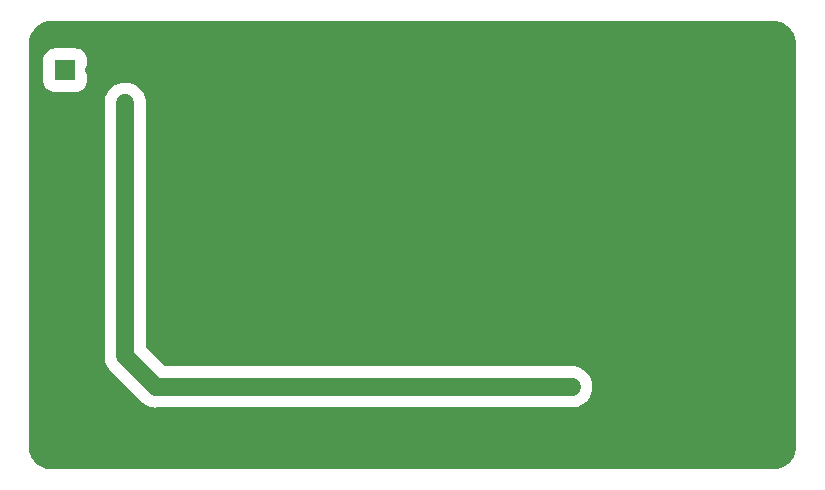
<source format=gbr>
%TF.GenerationSoftware,KiCad,Pcbnew,7.0.11*%
%TF.CreationDate,2024-11-27T22:18:04+00:00*%
%TF.ProjectId,project_x_pcb,70726f6a-6563-4745-9f78-5f7063622e6b,rev?*%
%TF.SameCoordinates,Original*%
%TF.FileFunction,Copper,L2,Bot*%
%TF.FilePolarity,Positive*%
%FSLAX46Y46*%
G04 Gerber Fmt 4.6, Leading zero omitted, Abs format (unit mm)*
G04 Created by KiCad (PCBNEW 7.0.11) date 2024-11-27 22:18:04*
%MOMM*%
%LPD*%
G01*
G04 APERTURE LIST*
%TA.AperFunction,ComponentPad*%
%ADD10R,1.700000X1.700000*%
%TD*%
%TA.AperFunction,ComponentPad*%
%ADD11O,1.700000X1.700000*%
%TD*%
%TA.AperFunction,ViaPad*%
%ADD12C,1.200000*%
%TD*%
%TA.AperFunction,Conductor*%
%ADD13C,1.500000*%
%TD*%
G04 APERTURE END LIST*
D10*
%TO.P,J1,1,Pin_1*%
%TO.N,VDD*%
X67100000Y-56200000D03*
D11*
%TO.P,J1,2,Pin_2*%
%TO.N,GND*%
X69640000Y-56200000D03*
%TD*%
D12*
%TO.N,GND*%
X90500000Y-80000000D03*
X126500000Y-88000000D03*
X104000000Y-61000000D03*
X126500000Y-54500000D03*
X66500000Y-88000000D03*
%TO.N,/3.3V*%
X72190000Y-59000000D03*
X110000000Y-83000000D03*
%TD*%
D13*
%TO.N,/3.3V*%
X72190000Y-80390000D02*
X72190000Y-59000000D01*
X110000000Y-83000000D02*
X74800000Y-83000000D01*
X74800000Y-83000000D02*
X72190000Y-80390000D01*
%TD*%
%TA.AperFunction,Conductor*%
%TO.N,GND*%
G36*
X126994341Y-52000536D02*
G01*
X126995456Y-52000556D01*
X127004399Y-52000874D01*
X127010126Y-52001181D01*
X127013042Y-52001354D01*
X127083425Y-52005967D01*
X127083894Y-52006000D01*
X127208855Y-52014937D01*
X127217673Y-52015726D01*
X127275445Y-52021936D01*
X127292992Y-52024459D01*
X127317315Y-52028848D01*
X127321402Y-52029623D01*
X127387311Y-52042733D01*
X127391529Y-52043611D01*
X127489262Y-52064872D01*
X127497865Y-52066905D01*
X127547226Y-52079503D01*
X127565662Y-52084977D01*
X127655941Y-52115622D01*
X127662872Y-52118090D01*
X127759652Y-52154188D01*
X127767920Y-52157441D01*
X127803273Y-52172085D01*
X127818106Y-52178805D01*
X127908361Y-52223314D01*
X127917452Y-52228034D01*
X128014644Y-52281106D01*
X128022300Y-52285466D01*
X128043530Y-52298062D01*
X128054766Y-52305142D01*
X128142475Y-52363748D01*
X128142487Y-52363756D01*
X128153360Y-52371450D01*
X128248909Y-52442977D01*
X128255902Y-52448409D01*
X128263044Y-52454165D01*
X128270958Y-52460819D01*
X128354888Y-52534423D01*
X128366782Y-52545562D01*
X128454436Y-52633216D01*
X128465575Y-52645110D01*
X128539172Y-52729032D01*
X128545839Y-52736962D01*
X128551569Y-52744072D01*
X128557028Y-52751098D01*
X128628544Y-52846632D01*
X128636244Y-52857514D01*
X128694852Y-52945226D01*
X128701942Y-52956477D01*
X128714525Y-52977685D01*
X128718905Y-52985377D01*
X128746859Y-53036570D01*
X128771922Y-53082469D01*
X128771928Y-53082479D01*
X128776709Y-53091685D01*
X128821192Y-53181889D01*
X128827916Y-53196730D01*
X128842551Y-53232062D01*
X128845806Y-53240334D01*
X128881906Y-53337123D01*
X128884390Y-53344100D01*
X128915015Y-53434317D01*
X128920495Y-53452773D01*
X128933089Y-53502113D01*
X128935133Y-53510767D01*
X128956370Y-53608391D01*
X128957277Y-53612744D01*
X128970360Y-53678519D01*
X128971188Y-53682884D01*
X128975534Y-53706972D01*
X128978063Y-53724565D01*
X128984269Y-53782287D01*
X128985062Y-53791143D01*
X128993970Y-53915702D01*
X128994071Y-53917179D01*
X128998644Y-53986953D01*
X128998820Y-53989915D01*
X128999125Y-53995607D01*
X128999439Y-54004310D01*
X128999457Y-54005280D01*
X128999500Y-54009900D01*
X128999500Y-87990098D01*
X128999457Y-87994723D01*
X128999439Y-87995692D01*
X128999124Y-88004422D01*
X128998818Y-88010119D01*
X128998643Y-88013046D01*
X128994071Y-88082816D01*
X128993970Y-88084296D01*
X128985062Y-88208856D01*
X128984270Y-88217709D01*
X128978065Y-88275428D01*
X128975533Y-88293034D01*
X128971184Y-88317133D01*
X128970358Y-88321487D01*
X128957277Y-88387253D01*
X128956371Y-88391606D01*
X128935130Y-88489251D01*
X128933084Y-88497909D01*
X128920497Y-88547219D01*
X128915018Y-88565672D01*
X128884386Y-88655910D01*
X128881902Y-88662885D01*
X128845809Y-88759657D01*
X128842551Y-88767938D01*
X128827914Y-88803272D01*
X128821194Y-88818104D01*
X128776714Y-88908303D01*
X128771933Y-88917510D01*
X128718917Y-89014601D01*
X128714514Y-89022331D01*
X128701944Y-89043515D01*
X128694841Y-89054789D01*
X128636238Y-89142494D01*
X128628537Y-89153376D01*
X128557038Y-89248888D01*
X128551588Y-89255904D01*
X128545853Y-89263021D01*
X128539176Y-89270962D01*
X128465574Y-89354889D01*
X128454436Y-89366782D01*
X128366782Y-89454436D01*
X128354889Y-89465574D01*
X128270962Y-89539176D01*
X128263021Y-89545853D01*
X128255904Y-89551588D01*
X128248888Y-89557038D01*
X128153376Y-89628537D01*
X128142494Y-89636238D01*
X128054789Y-89694841D01*
X128043515Y-89701944D01*
X128022331Y-89714514D01*
X128014601Y-89718917D01*
X127917510Y-89771933D01*
X127908303Y-89776714D01*
X127818104Y-89821194D01*
X127803272Y-89827914D01*
X127767938Y-89842551D01*
X127759657Y-89845809D01*
X127662885Y-89881902D01*
X127655910Y-89884386D01*
X127565672Y-89915018D01*
X127547219Y-89920497D01*
X127515017Y-89928716D01*
X127497886Y-89933089D01*
X127489251Y-89935130D01*
X127391606Y-89956371D01*
X127387253Y-89957277D01*
X127321487Y-89970358D01*
X127317133Y-89971184D01*
X127293034Y-89975533D01*
X127275428Y-89978065D01*
X127217709Y-89984270D01*
X127208856Y-89985062D01*
X127084296Y-89993970D01*
X127082816Y-89994071D01*
X127013046Y-89998643D01*
X127010119Y-89998818D01*
X127004422Y-89999124D01*
X126995696Y-89999439D01*
X126995156Y-89999449D01*
X126994690Y-89999457D01*
X126990099Y-89999500D01*
X66009901Y-89999500D01*
X66005294Y-89999457D01*
X66005183Y-89999455D01*
X66004315Y-89999439D01*
X65995607Y-89999125D01*
X65989915Y-89998820D01*
X65986953Y-89998644D01*
X65917179Y-89994071D01*
X65915702Y-89993970D01*
X65791143Y-89985062D01*
X65782287Y-89984269D01*
X65724565Y-89978063D01*
X65706972Y-89975534D01*
X65682884Y-89971188D01*
X65678519Y-89970360D01*
X65612744Y-89957277D01*
X65608391Y-89956370D01*
X65510767Y-89935133D01*
X65502113Y-89933089D01*
X65452773Y-89920495D01*
X65434317Y-89915015D01*
X65344100Y-89884390D01*
X65337123Y-89881906D01*
X65240334Y-89845806D01*
X65232062Y-89842551D01*
X65196730Y-89827916D01*
X65181889Y-89821192D01*
X65131038Y-89796115D01*
X65091674Y-89776703D01*
X65082489Y-89771933D01*
X65036570Y-89746859D01*
X64985377Y-89718905D01*
X64977685Y-89714525D01*
X64956477Y-89701942D01*
X64945226Y-89694852D01*
X64857514Y-89636244D01*
X64846632Y-89628544D01*
X64751098Y-89557028D01*
X64744072Y-89551569D01*
X64736962Y-89545839D01*
X64729032Y-89539172D01*
X64645110Y-89465575D01*
X64633216Y-89454436D01*
X64545562Y-89366782D01*
X64534423Y-89354888D01*
X64460819Y-89270958D01*
X64454165Y-89263044D01*
X64448409Y-89255902D01*
X64442977Y-89248909D01*
X64371450Y-89153360D01*
X64363756Y-89142487D01*
X64344590Y-89113803D01*
X64305142Y-89054766D01*
X64298053Y-89043515D01*
X64285466Y-89022300D01*
X64281106Y-89014644D01*
X64228034Y-88917452D01*
X64223314Y-88908361D01*
X64178804Y-88818104D01*
X64172085Y-88803273D01*
X64165975Y-88788523D01*
X64157438Y-88767914D01*
X64154186Y-88759647D01*
X64118099Y-88662895D01*
X64118095Y-88662885D01*
X64118090Y-88662872D01*
X64115614Y-88655917D01*
X64111711Y-88644419D01*
X64084977Y-88565662D01*
X64079501Y-88547216D01*
X64066909Y-88497881D01*
X64064872Y-88489262D01*
X64043611Y-88391529D01*
X64042728Y-88387286D01*
X64029623Y-88321402D01*
X64028848Y-88317315D01*
X64024459Y-88292992D01*
X64021935Y-88275433D01*
X64021934Y-88275428D01*
X64015726Y-88217673D01*
X64014936Y-88208835D01*
X64006000Y-88083894D01*
X64005967Y-88083425D01*
X64001354Y-88013042D01*
X64001182Y-88010156D01*
X64000873Y-88004392D01*
X64000556Y-87995440D01*
X64000536Y-87994350D01*
X64000500Y-87990098D01*
X64000500Y-80455641D01*
X70435818Y-80455641D01*
X70446317Y-80548817D01*
X70447186Y-80558084D01*
X70454197Y-80651629D01*
X70454200Y-80651645D01*
X70458403Y-80670061D01*
X70463078Y-80697574D01*
X70465193Y-80716345D01*
X70489464Y-80806927D01*
X70491704Y-80815961D01*
X70512577Y-80907409D01*
X70512578Y-80907413D01*
X70519484Y-80925009D01*
X70528207Y-80951520D01*
X70533096Y-80969766D01*
X70533100Y-80969775D01*
X70570618Y-81055768D01*
X70574159Y-81064317D01*
X70608432Y-81151643D01*
X70608438Y-81151653D01*
X70617882Y-81168012D01*
X70630460Y-81192927D01*
X70638017Y-81210248D01*
X70687919Y-81289666D01*
X70692724Y-81297642D01*
X70739608Y-81378848D01*
X70739611Y-81378852D01*
X70739614Y-81378857D01*
X70748678Y-81390223D01*
X70751394Y-81393629D01*
X70767546Y-81416394D01*
X70777600Y-81432395D01*
X70777605Y-81432401D01*
X70838796Y-81503506D01*
X70844716Y-81510650D01*
X70903195Y-81583981D01*
X70903196Y-81583982D01*
X70903198Y-81583984D01*
X70971923Y-81647751D01*
X70978631Y-81654212D01*
X73535775Y-84211355D01*
X73542234Y-84218061D01*
X73606019Y-84286805D01*
X73606023Y-84286808D01*
X73679356Y-84345290D01*
X73686515Y-84351221D01*
X73757603Y-84412397D01*
X73773603Y-84422450D01*
X73796371Y-84438606D01*
X73811143Y-84450386D01*
X73892393Y-84497295D01*
X73900317Y-84502070D01*
X73979753Y-84551983D01*
X73979757Y-84551984D01*
X73979759Y-84551986D01*
X73979762Y-84551987D01*
X73997061Y-84559535D01*
X74021992Y-84572120D01*
X74033530Y-84578781D01*
X74038348Y-84581563D01*
X74038354Y-84581566D01*
X74038361Y-84581570D01*
X74125656Y-84615830D01*
X74134239Y-84619384D01*
X74220225Y-84656900D01*
X74238465Y-84661787D01*
X74265000Y-84670519D01*
X74282576Y-84677417D01*
X74282584Y-84677420D01*
X74282593Y-84677422D01*
X74374029Y-84698292D01*
X74383063Y-84700532D01*
X74473649Y-84724805D01*
X74492426Y-84726920D01*
X74519937Y-84731594D01*
X74538370Y-84735802D01*
X74631939Y-84742813D01*
X74641154Y-84743677D01*
X74734363Y-84754180D01*
X74828064Y-84750673D01*
X74837373Y-84750500D01*
X110065495Y-84750500D01*
X110098183Y-84748050D01*
X110261630Y-84735802D01*
X110500489Y-84681283D01*
X110517412Y-84677421D01*
X110517412Y-84677420D01*
X110517416Y-84677420D01*
X110761643Y-84581568D01*
X110988857Y-84450386D01*
X111193981Y-84286805D01*
X111372433Y-84094479D01*
X111520228Y-83877704D01*
X111634063Y-83641323D01*
X111711396Y-83390615D01*
X111750500Y-83131182D01*
X111750500Y-82868818D01*
X111711396Y-82609385D01*
X111634063Y-82358677D01*
X111520228Y-82122296D01*
X111520227Y-82122294D01*
X111520226Y-82122292D01*
X111372432Y-81905520D01*
X111193991Y-81713205D01*
X111193980Y-81713194D01*
X110988855Y-81549612D01*
X110761651Y-81418436D01*
X110761635Y-81418428D01*
X110517412Y-81322578D01*
X110306016Y-81274329D01*
X110261630Y-81264198D01*
X110261628Y-81264197D01*
X110261625Y-81264197D01*
X110065495Y-81249500D01*
X110065494Y-81249500D01*
X75628220Y-81249500D01*
X75532932Y-81230546D01*
X75452150Y-81176570D01*
X74013430Y-79737849D01*
X73959454Y-79657067D01*
X73940500Y-79561779D01*
X73940500Y-58934505D01*
X73925802Y-58738374D01*
X73925802Y-58738370D01*
X73867420Y-58482584D01*
X73771568Y-58238357D01*
X73663109Y-58050500D01*
X73640387Y-58011144D01*
X73476805Y-57806019D01*
X73476794Y-57806008D01*
X73284479Y-57627567D01*
X73067707Y-57479773D01*
X73067702Y-57479771D01*
X72831331Y-57365940D01*
X72831326Y-57365938D01*
X72831323Y-57365937D01*
X72580615Y-57288604D01*
X72321182Y-57249500D01*
X72058818Y-57249500D01*
X71851271Y-57280783D01*
X71799384Y-57288604D01*
X71654107Y-57333416D01*
X71548677Y-57365937D01*
X71548675Y-57365937D01*
X71548668Y-57365940D01*
X71312297Y-57479771D01*
X71312292Y-57479773D01*
X71095520Y-57627567D01*
X70903205Y-57806008D01*
X70903194Y-57806019D01*
X70739612Y-58011144D01*
X70608436Y-58238348D01*
X70608428Y-58238364D01*
X70512578Y-58482587D01*
X70454198Y-58738370D01*
X70454197Y-58738374D01*
X70439500Y-58934505D01*
X70439500Y-80352607D01*
X70439326Y-80361917D01*
X70435819Y-80455635D01*
X70435818Y-80455641D01*
X64000500Y-80455641D01*
X64000500Y-57108031D01*
X65249500Y-57108031D01*
X65249501Y-57108043D01*
X65260113Y-57227414D01*
X65260113Y-57227417D01*
X65260114Y-57227418D01*
X65277622Y-57288604D01*
X65316090Y-57423045D01*
X65316093Y-57423053D01*
X65345720Y-57479772D01*
X65410302Y-57603407D01*
X65538891Y-57761109D01*
X65696593Y-57889698D01*
X65876951Y-57983909D01*
X66072582Y-58039886D01*
X66191963Y-58050500D01*
X68008036Y-58050499D01*
X68127418Y-58039886D01*
X68323049Y-57983909D01*
X68503407Y-57889698D01*
X68661109Y-57761109D01*
X68789698Y-57603407D01*
X68883909Y-57423049D01*
X68939886Y-57227418D01*
X68950500Y-57108037D01*
X68950499Y-55291964D01*
X68939886Y-55172582D01*
X68883909Y-54976951D01*
X68789698Y-54796593D01*
X68661109Y-54638891D01*
X68503407Y-54510302D01*
X68503402Y-54510299D01*
X68323053Y-54416093D01*
X68323052Y-54416092D01*
X68323049Y-54416091D01*
X68127418Y-54360114D01*
X68008037Y-54349500D01*
X68008035Y-54349500D01*
X66191968Y-54349500D01*
X66191956Y-54349501D01*
X66072585Y-54360113D01*
X65876954Y-54416090D01*
X65876946Y-54416093D01*
X65696597Y-54510299D01*
X65696592Y-54510302D01*
X65538893Y-54638889D01*
X65538889Y-54638893D01*
X65410302Y-54796592D01*
X65410299Y-54796597D01*
X65316093Y-54976946D01*
X65316090Y-54976954D01*
X65260115Y-55172578D01*
X65260114Y-55172582D01*
X65249500Y-55291963D01*
X65249500Y-57108031D01*
X64000500Y-57108031D01*
X64000500Y-54009900D01*
X64000537Y-54005599D01*
X64000543Y-54005280D01*
X64000556Y-54004555D01*
X64000871Y-53995653D01*
X64001189Y-53989709D01*
X64001343Y-53987135D01*
X64005975Y-53916455D01*
X64005995Y-53916174D01*
X64014938Y-53791139D01*
X64015727Y-53782316D01*
X64021934Y-53724576D01*
X64024463Y-53706989D01*
X64025216Y-53702811D01*
X64028835Y-53682752D01*
X64029620Y-53678609D01*
X64042735Y-53612674D01*
X64043618Y-53608439D01*
X64064868Y-53510753D01*
X64066896Y-53502167D01*
X64079506Y-53452763D01*
X64084974Y-53434343D01*
X64115644Y-53343994D01*
X64118081Y-53337153D01*
X64154198Y-53240321D01*
X64157415Y-53232142D01*
X64172104Y-53196680D01*
X64178790Y-53181922D01*
X64223337Y-53091591D01*
X64228020Y-53082574D01*
X64281122Y-52985326D01*
X64285445Y-52977734D01*
X64298079Y-52956440D01*
X64305097Y-52945301D01*
X64363798Y-52857449D01*
X64371418Y-52846682D01*
X64442995Y-52751066D01*
X64448429Y-52744073D01*
X64448430Y-52744072D01*
X64454163Y-52736957D01*
X64460766Y-52729101D01*
X64534465Y-52645063D01*
X64545532Y-52633247D01*
X64633247Y-52545532D01*
X64645063Y-52534465D01*
X64729101Y-52460766D01*
X64736957Y-52454163D01*
X64744075Y-52448427D01*
X64751075Y-52442989D01*
X64751091Y-52442977D01*
X64846682Y-52371418D01*
X64857449Y-52363798D01*
X64945301Y-52305097D01*
X64956440Y-52298079D01*
X64977734Y-52285445D01*
X64985326Y-52281122D01*
X65082574Y-52228020D01*
X65091591Y-52223337D01*
X65181922Y-52178790D01*
X65196680Y-52172104D01*
X65232142Y-52157415D01*
X65240321Y-52154198D01*
X65337153Y-52118081D01*
X65343994Y-52115644D01*
X65434343Y-52084974D01*
X65452763Y-52079506D01*
X65502167Y-52066896D01*
X65510753Y-52064868D01*
X65608439Y-52043618D01*
X65612674Y-52042735D01*
X65678609Y-52029620D01*
X65682752Y-52028835D01*
X65702811Y-52025216D01*
X65706989Y-52024463D01*
X65724562Y-52021935D01*
X65782335Y-52015725D01*
X65791139Y-52014938D01*
X65916174Y-52005995D01*
X65916455Y-52005975D01*
X65987135Y-52001343D01*
X65989709Y-52001189D01*
X65995653Y-52000871D01*
X66004563Y-52000555D01*
X66005646Y-52000536D01*
X66009901Y-52000500D01*
X126990099Y-52000500D01*
X126994341Y-52000536D01*
G37*
%TD.AperFunction*%
%TD*%
M02*

</source>
